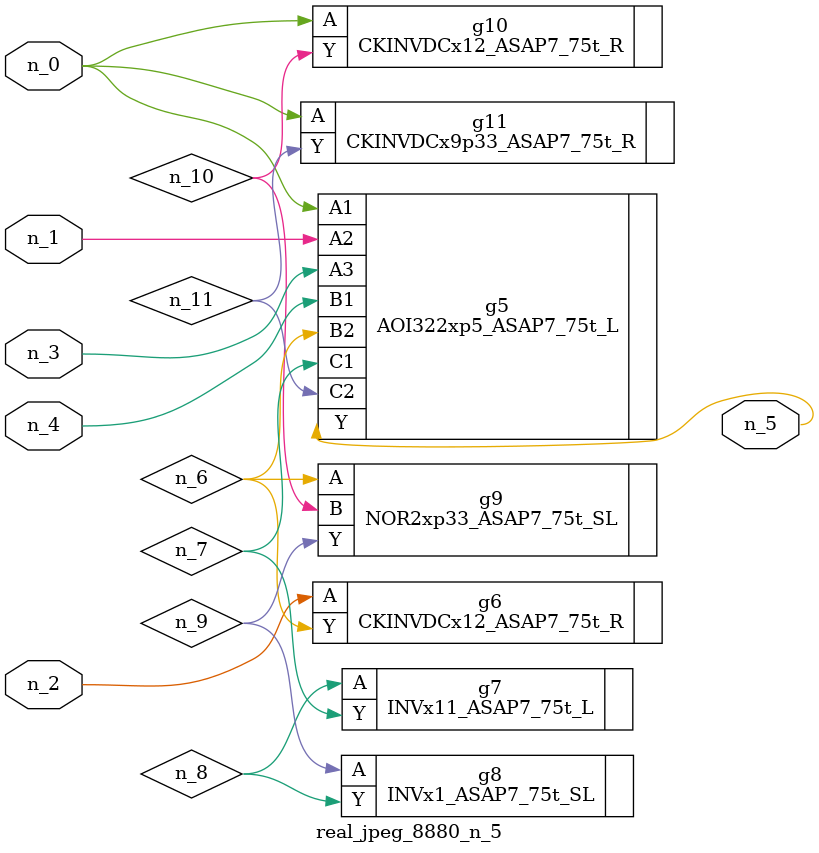
<source format=v>
module real_jpeg_8880_n_5 (n_4, n_0, n_1, n_2, n_3, n_5);

input n_4;
input n_0;
input n_1;
input n_2;
input n_3;

output n_5;

wire n_8;
wire n_11;
wire n_6;
wire n_7;
wire n_10;
wire n_9;

AOI322xp5_ASAP7_75t_L g5 ( 
.A1(n_0),
.A2(n_1),
.A3(n_3),
.B1(n_4),
.B2(n_6),
.C1(n_7),
.C2(n_11),
.Y(n_5)
);

CKINVDCx12_ASAP7_75t_R g10 ( 
.A(n_0),
.Y(n_10)
);

CKINVDCx9p33_ASAP7_75t_R g11 ( 
.A(n_0),
.Y(n_11)
);

CKINVDCx12_ASAP7_75t_R g6 ( 
.A(n_2),
.Y(n_6)
);

NOR2xp33_ASAP7_75t_SL g9 ( 
.A(n_6),
.B(n_10),
.Y(n_9)
);

INVx11_ASAP7_75t_L g7 ( 
.A(n_8),
.Y(n_7)
);

INVx1_ASAP7_75t_SL g8 ( 
.A(n_9),
.Y(n_8)
);


endmodule
</source>
